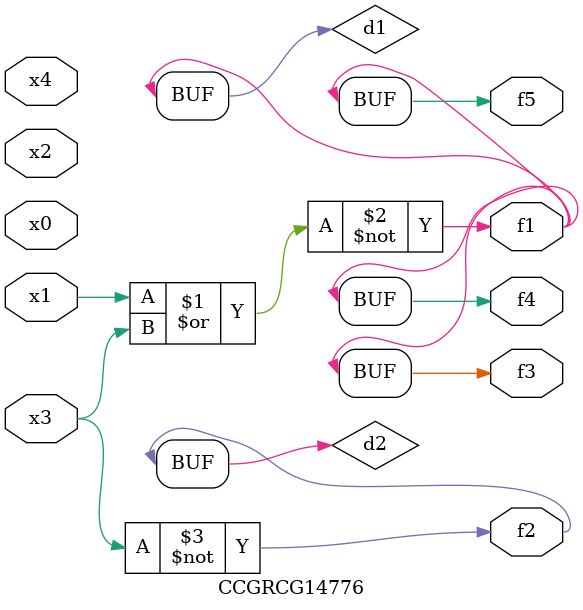
<source format=v>
module CCGRCG14776(
	input x0, x1, x2, x3, x4,
	output f1, f2, f3, f4, f5
);

	wire d1, d2;

	nor (d1, x1, x3);
	not (d2, x3);
	assign f1 = d1;
	assign f2 = d2;
	assign f3 = d1;
	assign f4 = d1;
	assign f5 = d1;
endmodule

</source>
